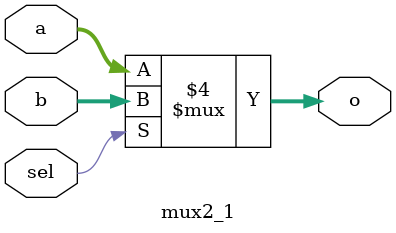
<source format=sv>
module mux2_1#(parameter N = 32) (input sel,
					input[N-1:0] a,b,
					output logic[N-1:0] o);
	always@(sel or a or b)
	if(sel == 1'b1)  o=b;
	else  o=a;
endmodule 
</source>
